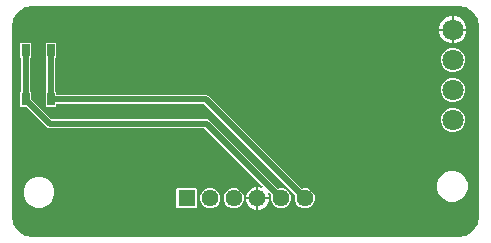
<source format=gtl>
G04 EAGLE Gerber RS-274X export*
G75*
%MOMM*%
%FSLAX34Y34*%
%LPD*%
%INTop Copper*%
%IPPOS*%
%AMOC8*
5,1,8,0,0,1.08239X$1,22.5*%
G01*
G04 Define Apertures*
%ADD10C,1.800000*%
%ADD11R,0.650000X1.050000*%
%ADD12R,1.440000X1.440000*%
%ADD13C,1.440000*%
%ADD14C,0.508000*%
%ADD15C,0.502400*%
G36*
X180149Y-197985D02*
X180000Y-198000D01*
X-180000Y-198000D01*
X-180149Y-197985D01*
X-186745Y-196673D01*
X-187020Y-196559D01*
X-192612Y-192823D01*
X-192823Y-192612D01*
X-196559Y-187020D01*
X-196673Y-186745D01*
X-197985Y-180149D01*
X-198000Y-180000D01*
X-198000Y-20000D01*
X-197985Y-19851D01*
X-196673Y-13255D01*
X-196559Y-12980D01*
X-192823Y-7388D01*
X-192612Y-7177D01*
X-187020Y-3441D01*
X-186745Y-3327D01*
X-180149Y-2015D01*
X-180000Y-2000D01*
X180000Y-2000D01*
X180149Y-2015D01*
X186745Y-3327D01*
X187020Y-3441D01*
X192612Y-7177D01*
X192823Y-7388D01*
X196559Y-12980D01*
X196673Y-13255D01*
X197985Y-19851D01*
X198000Y-20000D01*
X198000Y-180000D01*
X197985Y-180149D01*
X196673Y-186745D01*
X196559Y-187020D01*
X192823Y-192612D01*
X192612Y-192823D01*
X187020Y-196559D01*
X186745Y-196673D01*
X180149Y-197985D01*
G37*
%LPC*%
G36*
X163960Y-21638D02*
X174738Y-21638D01*
X174738Y-10860D01*
X173205Y-10860D01*
X168963Y-12617D01*
X165717Y-15863D01*
X163960Y-20105D01*
X163960Y-21638D01*
G37*
G36*
X176262Y-21638D02*
X187040Y-21638D01*
X187040Y-20105D01*
X185283Y-15863D01*
X182037Y-12617D01*
X177795Y-10860D01*
X176262Y-10860D01*
X176262Y-21638D01*
G37*
G36*
X176262Y-33940D02*
X177795Y-33940D01*
X182037Y-32183D01*
X185283Y-28937D01*
X187040Y-24695D01*
X187040Y-23162D01*
X176262Y-23162D01*
X176262Y-33940D01*
G37*
G36*
X173205Y-33940D02*
X174738Y-33940D01*
X174738Y-23162D01*
X163960Y-23162D01*
X163960Y-24695D01*
X165717Y-28937D01*
X168963Y-32183D01*
X173205Y-33940D01*
G37*
G36*
X48315Y-173570D02*
X51685Y-173570D01*
X54798Y-172281D01*
X57181Y-169898D01*
X58470Y-166785D01*
X58470Y-163415D01*
X57181Y-160302D01*
X54798Y-157920D01*
X51685Y-156630D01*
X48315Y-156630D01*
X47798Y-156844D01*
X47518Y-156902D01*
X47220Y-156847D01*
X46967Y-156679D01*
X-32272Y-77440D01*
X-159468Y-77440D01*
X-159743Y-77389D01*
X-159998Y-77225D01*
X-160170Y-76975D01*
X-160230Y-76678D01*
X-160230Y-75474D01*
X-160717Y-74987D01*
X-160880Y-74746D01*
X-160940Y-74448D01*
X-160940Y-46552D01*
X-160884Y-46266D01*
X-160717Y-46013D01*
X-160230Y-45526D01*
X-160230Y-33974D01*
X-160974Y-33230D01*
X-168526Y-33230D01*
X-169270Y-33974D01*
X-169270Y-45526D01*
X-168783Y-46013D01*
X-168620Y-46254D01*
X-168560Y-46552D01*
X-168560Y-74448D01*
X-168616Y-74734D01*
X-168783Y-74987D01*
X-169270Y-75474D01*
X-169270Y-87026D01*
X-168526Y-87770D01*
X-160974Y-87770D01*
X-160230Y-87026D01*
X-160230Y-85822D01*
X-160179Y-85547D01*
X-160015Y-85292D01*
X-159765Y-85120D01*
X-159468Y-85060D01*
X-35744Y-85060D01*
X-35458Y-85116D01*
X-35205Y-85283D01*
X41579Y-162067D01*
X41740Y-162303D01*
X41802Y-162600D01*
X41744Y-162898D01*
X41530Y-163415D01*
X41530Y-166785D01*
X42820Y-169898D01*
X45202Y-172281D01*
X48315Y-173570D01*
G37*
G36*
X28315Y-173570D02*
X31685Y-173570D01*
X34798Y-172281D01*
X37181Y-169898D01*
X38470Y-166785D01*
X38470Y-163415D01*
X37181Y-160302D01*
X34798Y-157920D01*
X31685Y-156630D01*
X28315Y-156630D01*
X27798Y-156844D01*
X27518Y-156902D01*
X27220Y-156847D01*
X26967Y-156679D01*
X-31422Y-98290D01*
X-163806Y-98290D01*
X-164092Y-98234D01*
X-164345Y-98067D01*
X-181507Y-80905D01*
X-181670Y-80663D01*
X-181730Y-80366D01*
X-181730Y-75474D01*
X-182217Y-74987D01*
X-182380Y-74746D01*
X-182440Y-74448D01*
X-182440Y-46552D01*
X-182384Y-46266D01*
X-182217Y-46013D01*
X-181730Y-45526D01*
X-181730Y-33974D01*
X-182474Y-33230D01*
X-190026Y-33230D01*
X-190770Y-33974D01*
X-190770Y-45526D01*
X-190283Y-46013D01*
X-190120Y-46254D01*
X-190060Y-46552D01*
X-190060Y-74448D01*
X-190116Y-74734D01*
X-190283Y-74987D01*
X-190770Y-75474D01*
X-190770Y-87026D01*
X-190026Y-87770D01*
X-185734Y-87770D01*
X-185448Y-87826D01*
X-185195Y-87993D01*
X-167278Y-105910D01*
X-34894Y-105910D01*
X-34608Y-105966D01*
X-34355Y-106133D01*
X14238Y-154726D01*
X14388Y-154940D01*
X14461Y-155235D01*
X14412Y-155534D01*
X14251Y-155791D01*
X14002Y-155964D01*
X13705Y-156027D01*
X13408Y-155969D01*
X11937Y-155360D01*
X10762Y-155360D01*
X10762Y-164338D01*
X19740Y-164338D01*
X19740Y-163163D01*
X19131Y-161692D01*
X19074Y-161437D01*
X19120Y-161138D01*
X19279Y-160879D01*
X19527Y-160704D01*
X19823Y-160639D01*
X20121Y-160695D01*
X20374Y-160862D01*
X21579Y-162067D01*
X21740Y-162303D01*
X21802Y-162600D01*
X21744Y-162898D01*
X21530Y-163415D01*
X21530Y-166785D01*
X22820Y-169898D01*
X25202Y-172281D01*
X28315Y-173570D01*
G37*
G36*
X173457Y-58070D02*
X177543Y-58070D01*
X181318Y-56506D01*
X184206Y-53618D01*
X185770Y-49843D01*
X185770Y-45757D01*
X184206Y-41983D01*
X181318Y-39094D01*
X177543Y-37530D01*
X173457Y-37530D01*
X169683Y-39094D01*
X166794Y-41983D01*
X165230Y-45757D01*
X165230Y-49843D01*
X166794Y-53618D01*
X169683Y-56506D01*
X173457Y-58070D01*
G37*
G36*
X173457Y-83470D02*
X177543Y-83470D01*
X181318Y-81906D01*
X184206Y-79018D01*
X185770Y-75243D01*
X185770Y-71157D01*
X184206Y-67383D01*
X181318Y-64494D01*
X177543Y-62930D01*
X173457Y-62930D01*
X169683Y-64494D01*
X166794Y-67383D01*
X165230Y-71157D01*
X165230Y-75243D01*
X166794Y-79018D01*
X169683Y-81906D01*
X173457Y-83470D01*
G37*
G36*
X173457Y-108870D02*
X177543Y-108870D01*
X181318Y-107306D01*
X184206Y-104418D01*
X185770Y-100643D01*
X185770Y-96557D01*
X184206Y-92783D01*
X181318Y-89894D01*
X177543Y-88330D01*
X173457Y-88330D01*
X169683Y-89894D01*
X166794Y-92783D01*
X165230Y-96557D01*
X165230Y-100643D01*
X166794Y-104418D01*
X169683Y-107306D01*
X173457Y-108870D01*
G37*
G36*
X172414Y-168000D02*
X177586Y-168000D01*
X182364Y-166021D01*
X186021Y-162364D01*
X188000Y-157586D01*
X188000Y-152414D01*
X186021Y-147636D01*
X182364Y-143979D01*
X177586Y-142000D01*
X172414Y-142000D01*
X167636Y-143979D01*
X163979Y-147636D01*
X162000Y-152414D01*
X162000Y-157586D01*
X163979Y-162364D01*
X167636Y-166021D01*
X172414Y-168000D01*
G37*
G36*
X-177586Y-173000D02*
X-172414Y-173000D01*
X-167636Y-171021D01*
X-163979Y-167364D01*
X-162000Y-162586D01*
X-162000Y-157414D01*
X-163979Y-152636D01*
X-167636Y-148979D01*
X-172414Y-147000D01*
X-177586Y-147000D01*
X-182364Y-148979D01*
X-186021Y-152636D01*
X-188000Y-157414D01*
X-188000Y-162586D01*
X-186021Y-167364D01*
X-182364Y-171021D01*
X-177586Y-173000D01*
G37*
G36*
X260Y-164338D02*
X9238Y-164338D01*
X9238Y-155360D01*
X8063Y-155360D01*
X4483Y-156843D01*
X1743Y-159583D01*
X260Y-163163D01*
X260Y-164338D01*
G37*
G36*
X-11685Y-173570D02*
X-8315Y-173570D01*
X-5202Y-172281D01*
X-2820Y-169898D01*
X-1530Y-166785D01*
X-1530Y-163415D01*
X-2820Y-160302D01*
X-5202Y-157920D01*
X-8315Y-156630D01*
X-11685Y-156630D01*
X-14798Y-157920D01*
X-17181Y-160302D01*
X-18470Y-163415D01*
X-18470Y-166785D01*
X-17181Y-169898D01*
X-14798Y-172281D01*
X-11685Y-173570D01*
G37*
G36*
X-31685Y-173570D02*
X-28315Y-173570D01*
X-25202Y-172281D01*
X-22820Y-169898D01*
X-21530Y-166785D01*
X-21530Y-163415D01*
X-22820Y-160302D01*
X-25202Y-157920D01*
X-28315Y-156630D01*
X-31685Y-156630D01*
X-34798Y-157920D01*
X-37181Y-160302D01*
X-38470Y-163415D01*
X-38470Y-166785D01*
X-37181Y-169898D01*
X-34798Y-172281D01*
X-31685Y-173570D01*
G37*
G36*
X-57726Y-173570D02*
X-42274Y-173570D01*
X-41530Y-172826D01*
X-41530Y-157374D01*
X-42274Y-156630D01*
X-57726Y-156630D01*
X-58470Y-157374D01*
X-58470Y-172826D01*
X-57726Y-173570D01*
G37*
G36*
X10762Y-174840D02*
X11937Y-174840D01*
X15517Y-173357D01*
X18257Y-170617D01*
X19740Y-167037D01*
X19740Y-165862D01*
X10762Y-165862D01*
X10762Y-174840D01*
G37*
G36*
X8063Y-174840D02*
X9238Y-174840D01*
X9238Y-165862D01*
X260Y-165862D01*
X260Y-167037D01*
X1743Y-170617D01*
X4483Y-173357D01*
X8063Y-174840D01*
G37*
%LPD*%
D10*
X175500Y-22400D03*
X175500Y-47800D03*
X175500Y-73200D03*
X175500Y-98600D03*
D11*
X-186250Y-81250D03*
X-186250Y-39750D03*
X-164750Y-81250D03*
X-164750Y-39750D03*
D12*
X-50000Y-165100D03*
D13*
X-30000Y-165100D03*
X-10000Y-165100D03*
X10000Y-165100D03*
X30000Y-165100D03*
X50000Y-165100D03*
D14*
X-33850Y-81250D02*
X-164750Y-81250D01*
X-33850Y-81250D02*
X50000Y-165100D01*
X-164750Y-81250D02*
X-164750Y-39750D01*
X-33000Y-102100D02*
X30000Y-165100D01*
X-33000Y-102100D02*
X-165700Y-102100D01*
X-186250Y-81550D01*
X-186250Y-81250D01*
X-186250Y-39750D01*
D15*
X-185000Y-15000D03*
X-180000Y-180000D03*
X180000Y-180000D03*
X140000Y-35000D03*
X-145000Y-40000D03*
X-150000Y-10000D03*
X-100000Y-145000D03*
X10000Y-180000D03*
X105000Y-130000D03*
X100000Y-30000D03*
M02*

</source>
